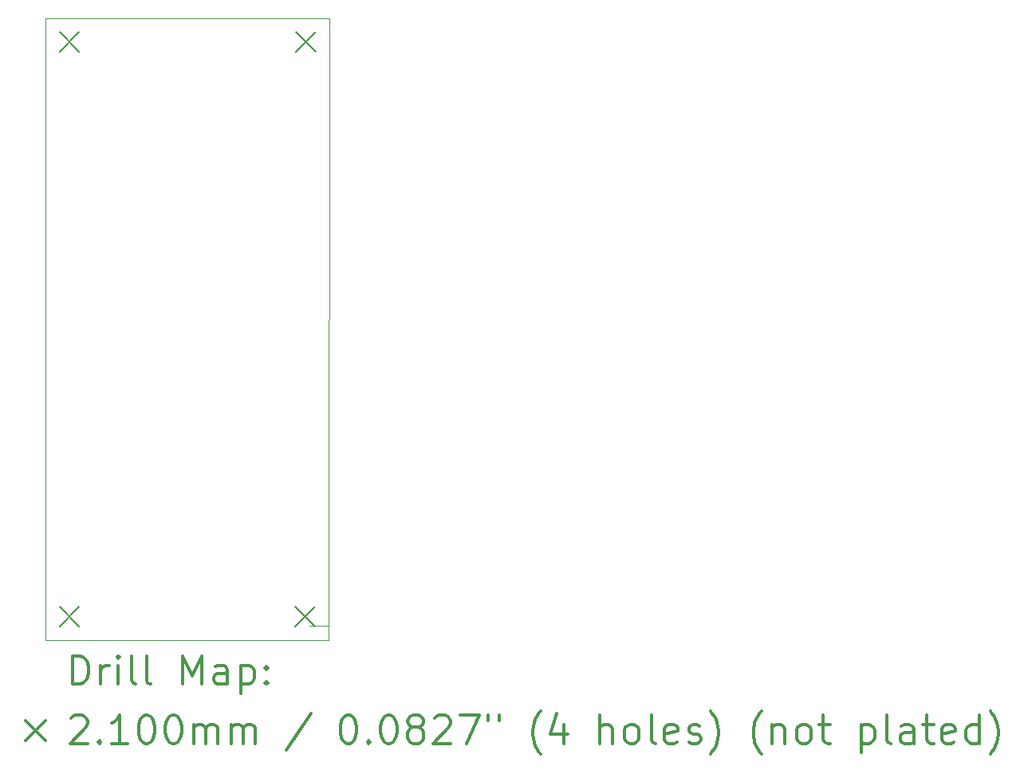
<source format=gbr>
%FSLAX45Y45*%
G04 Gerber Fmt 4.5, Leading zero omitted, Abs format (unit mm)*
G04 Created by KiCad (PCBNEW (5.1.12)-1) date 2022-08-18 12:31:07*
%MOMM*%
%LPD*%
G01*
G04 APERTURE LIST*
%TA.AperFunction,Profile*%
%ADD10C,0.050000*%
%TD*%
%ADD11C,0.200000*%
%ADD12C,0.300000*%
G04 APERTURE END LIST*
D10*
X11450000Y-3150000D02*
X14460000Y-3150000D01*
X11450000Y-9600000D02*
X11450000Y-3150000D01*
X11450000Y-9600000D02*
X11450000Y-9750000D01*
X14450000Y-9750000D02*
X14450000Y-9600000D01*
X11450000Y-9750000D02*
X14450000Y-9750000D01*
X14450000Y-9600000D02*
X14460000Y-3150000D01*
X14250000Y-9600000D02*
X14450000Y-9600000D01*
D11*
X11595000Y-3295000D02*
X11805000Y-3505000D01*
X11805000Y-3295000D02*
X11595000Y-3505000D01*
X11595000Y-9395000D02*
X11805000Y-9605000D01*
X11805000Y-9395000D02*
X11595000Y-9605000D01*
X14095000Y-9395000D02*
X14305000Y-9605000D01*
X14305000Y-9395000D02*
X14095000Y-9605000D01*
X14105000Y-3295000D02*
X14315000Y-3505000D01*
X14315000Y-3295000D02*
X14105000Y-3505000D01*
D12*
X11733928Y-10218214D02*
X11733928Y-9918214D01*
X11805357Y-9918214D01*
X11848214Y-9932500D01*
X11876786Y-9961072D01*
X11891071Y-9989643D01*
X11905357Y-10046786D01*
X11905357Y-10089643D01*
X11891071Y-10146786D01*
X11876786Y-10175357D01*
X11848214Y-10203929D01*
X11805357Y-10218214D01*
X11733928Y-10218214D01*
X12033928Y-10218214D02*
X12033928Y-10018214D01*
X12033928Y-10075357D02*
X12048214Y-10046786D01*
X12062500Y-10032500D01*
X12091071Y-10018214D01*
X12119643Y-10018214D01*
X12219643Y-10218214D02*
X12219643Y-10018214D01*
X12219643Y-9918214D02*
X12205357Y-9932500D01*
X12219643Y-9946786D01*
X12233928Y-9932500D01*
X12219643Y-9918214D01*
X12219643Y-9946786D01*
X12405357Y-10218214D02*
X12376786Y-10203929D01*
X12362500Y-10175357D01*
X12362500Y-9918214D01*
X12562500Y-10218214D02*
X12533928Y-10203929D01*
X12519643Y-10175357D01*
X12519643Y-9918214D01*
X12905357Y-10218214D02*
X12905357Y-9918214D01*
X13005357Y-10132500D01*
X13105357Y-9918214D01*
X13105357Y-10218214D01*
X13376786Y-10218214D02*
X13376786Y-10061072D01*
X13362500Y-10032500D01*
X13333928Y-10018214D01*
X13276786Y-10018214D01*
X13248214Y-10032500D01*
X13376786Y-10203929D02*
X13348214Y-10218214D01*
X13276786Y-10218214D01*
X13248214Y-10203929D01*
X13233928Y-10175357D01*
X13233928Y-10146786D01*
X13248214Y-10118214D01*
X13276786Y-10103929D01*
X13348214Y-10103929D01*
X13376786Y-10089643D01*
X13519643Y-10018214D02*
X13519643Y-10318214D01*
X13519643Y-10032500D02*
X13548214Y-10018214D01*
X13605357Y-10018214D01*
X13633928Y-10032500D01*
X13648214Y-10046786D01*
X13662500Y-10075357D01*
X13662500Y-10161072D01*
X13648214Y-10189643D01*
X13633928Y-10203929D01*
X13605357Y-10218214D01*
X13548214Y-10218214D01*
X13519643Y-10203929D01*
X13791071Y-10189643D02*
X13805357Y-10203929D01*
X13791071Y-10218214D01*
X13776786Y-10203929D01*
X13791071Y-10189643D01*
X13791071Y-10218214D01*
X13791071Y-10032500D02*
X13805357Y-10046786D01*
X13791071Y-10061072D01*
X13776786Y-10046786D01*
X13791071Y-10032500D01*
X13791071Y-10061072D01*
X11237500Y-10607500D02*
X11447500Y-10817500D01*
X11447500Y-10607500D02*
X11237500Y-10817500D01*
X11719643Y-10576786D02*
X11733928Y-10562500D01*
X11762500Y-10548214D01*
X11833928Y-10548214D01*
X11862500Y-10562500D01*
X11876786Y-10576786D01*
X11891071Y-10605357D01*
X11891071Y-10633929D01*
X11876786Y-10676786D01*
X11705357Y-10848214D01*
X11891071Y-10848214D01*
X12019643Y-10819643D02*
X12033928Y-10833929D01*
X12019643Y-10848214D01*
X12005357Y-10833929D01*
X12019643Y-10819643D01*
X12019643Y-10848214D01*
X12319643Y-10848214D02*
X12148214Y-10848214D01*
X12233928Y-10848214D02*
X12233928Y-10548214D01*
X12205357Y-10591072D01*
X12176786Y-10619643D01*
X12148214Y-10633929D01*
X12505357Y-10548214D02*
X12533928Y-10548214D01*
X12562500Y-10562500D01*
X12576786Y-10576786D01*
X12591071Y-10605357D01*
X12605357Y-10662500D01*
X12605357Y-10733929D01*
X12591071Y-10791072D01*
X12576786Y-10819643D01*
X12562500Y-10833929D01*
X12533928Y-10848214D01*
X12505357Y-10848214D01*
X12476786Y-10833929D01*
X12462500Y-10819643D01*
X12448214Y-10791072D01*
X12433928Y-10733929D01*
X12433928Y-10662500D01*
X12448214Y-10605357D01*
X12462500Y-10576786D01*
X12476786Y-10562500D01*
X12505357Y-10548214D01*
X12791071Y-10548214D02*
X12819643Y-10548214D01*
X12848214Y-10562500D01*
X12862500Y-10576786D01*
X12876786Y-10605357D01*
X12891071Y-10662500D01*
X12891071Y-10733929D01*
X12876786Y-10791072D01*
X12862500Y-10819643D01*
X12848214Y-10833929D01*
X12819643Y-10848214D01*
X12791071Y-10848214D01*
X12762500Y-10833929D01*
X12748214Y-10819643D01*
X12733928Y-10791072D01*
X12719643Y-10733929D01*
X12719643Y-10662500D01*
X12733928Y-10605357D01*
X12748214Y-10576786D01*
X12762500Y-10562500D01*
X12791071Y-10548214D01*
X13019643Y-10848214D02*
X13019643Y-10648214D01*
X13019643Y-10676786D02*
X13033928Y-10662500D01*
X13062500Y-10648214D01*
X13105357Y-10648214D01*
X13133928Y-10662500D01*
X13148214Y-10691072D01*
X13148214Y-10848214D01*
X13148214Y-10691072D02*
X13162500Y-10662500D01*
X13191071Y-10648214D01*
X13233928Y-10648214D01*
X13262500Y-10662500D01*
X13276786Y-10691072D01*
X13276786Y-10848214D01*
X13419643Y-10848214D02*
X13419643Y-10648214D01*
X13419643Y-10676786D02*
X13433928Y-10662500D01*
X13462500Y-10648214D01*
X13505357Y-10648214D01*
X13533928Y-10662500D01*
X13548214Y-10691072D01*
X13548214Y-10848214D01*
X13548214Y-10691072D02*
X13562500Y-10662500D01*
X13591071Y-10648214D01*
X13633928Y-10648214D01*
X13662500Y-10662500D01*
X13676786Y-10691072D01*
X13676786Y-10848214D01*
X14262500Y-10533929D02*
X14005357Y-10919643D01*
X14648214Y-10548214D02*
X14676786Y-10548214D01*
X14705357Y-10562500D01*
X14719643Y-10576786D01*
X14733928Y-10605357D01*
X14748214Y-10662500D01*
X14748214Y-10733929D01*
X14733928Y-10791072D01*
X14719643Y-10819643D01*
X14705357Y-10833929D01*
X14676786Y-10848214D01*
X14648214Y-10848214D01*
X14619643Y-10833929D01*
X14605357Y-10819643D01*
X14591071Y-10791072D01*
X14576786Y-10733929D01*
X14576786Y-10662500D01*
X14591071Y-10605357D01*
X14605357Y-10576786D01*
X14619643Y-10562500D01*
X14648214Y-10548214D01*
X14876786Y-10819643D02*
X14891071Y-10833929D01*
X14876786Y-10848214D01*
X14862500Y-10833929D01*
X14876786Y-10819643D01*
X14876786Y-10848214D01*
X15076786Y-10548214D02*
X15105357Y-10548214D01*
X15133928Y-10562500D01*
X15148214Y-10576786D01*
X15162500Y-10605357D01*
X15176786Y-10662500D01*
X15176786Y-10733929D01*
X15162500Y-10791072D01*
X15148214Y-10819643D01*
X15133928Y-10833929D01*
X15105357Y-10848214D01*
X15076786Y-10848214D01*
X15048214Y-10833929D01*
X15033928Y-10819643D01*
X15019643Y-10791072D01*
X15005357Y-10733929D01*
X15005357Y-10662500D01*
X15019643Y-10605357D01*
X15033928Y-10576786D01*
X15048214Y-10562500D01*
X15076786Y-10548214D01*
X15348214Y-10676786D02*
X15319643Y-10662500D01*
X15305357Y-10648214D01*
X15291071Y-10619643D01*
X15291071Y-10605357D01*
X15305357Y-10576786D01*
X15319643Y-10562500D01*
X15348214Y-10548214D01*
X15405357Y-10548214D01*
X15433928Y-10562500D01*
X15448214Y-10576786D01*
X15462500Y-10605357D01*
X15462500Y-10619643D01*
X15448214Y-10648214D01*
X15433928Y-10662500D01*
X15405357Y-10676786D01*
X15348214Y-10676786D01*
X15319643Y-10691072D01*
X15305357Y-10705357D01*
X15291071Y-10733929D01*
X15291071Y-10791072D01*
X15305357Y-10819643D01*
X15319643Y-10833929D01*
X15348214Y-10848214D01*
X15405357Y-10848214D01*
X15433928Y-10833929D01*
X15448214Y-10819643D01*
X15462500Y-10791072D01*
X15462500Y-10733929D01*
X15448214Y-10705357D01*
X15433928Y-10691072D01*
X15405357Y-10676786D01*
X15576786Y-10576786D02*
X15591071Y-10562500D01*
X15619643Y-10548214D01*
X15691071Y-10548214D01*
X15719643Y-10562500D01*
X15733928Y-10576786D01*
X15748214Y-10605357D01*
X15748214Y-10633929D01*
X15733928Y-10676786D01*
X15562500Y-10848214D01*
X15748214Y-10848214D01*
X15848214Y-10548214D02*
X16048214Y-10548214D01*
X15919643Y-10848214D01*
X16148214Y-10548214D02*
X16148214Y-10605357D01*
X16262500Y-10548214D02*
X16262500Y-10605357D01*
X16705357Y-10962500D02*
X16691071Y-10948214D01*
X16662500Y-10905357D01*
X16648214Y-10876786D01*
X16633928Y-10833929D01*
X16619643Y-10762500D01*
X16619643Y-10705357D01*
X16633928Y-10633929D01*
X16648214Y-10591072D01*
X16662500Y-10562500D01*
X16691071Y-10519643D01*
X16705357Y-10505357D01*
X16948214Y-10648214D02*
X16948214Y-10848214D01*
X16876786Y-10533929D02*
X16805357Y-10748214D01*
X16991071Y-10748214D01*
X17333928Y-10848214D02*
X17333928Y-10548214D01*
X17462500Y-10848214D02*
X17462500Y-10691072D01*
X17448214Y-10662500D01*
X17419643Y-10648214D01*
X17376786Y-10648214D01*
X17348214Y-10662500D01*
X17333928Y-10676786D01*
X17648214Y-10848214D02*
X17619643Y-10833929D01*
X17605357Y-10819643D01*
X17591071Y-10791072D01*
X17591071Y-10705357D01*
X17605357Y-10676786D01*
X17619643Y-10662500D01*
X17648214Y-10648214D01*
X17691071Y-10648214D01*
X17719643Y-10662500D01*
X17733928Y-10676786D01*
X17748214Y-10705357D01*
X17748214Y-10791072D01*
X17733928Y-10819643D01*
X17719643Y-10833929D01*
X17691071Y-10848214D01*
X17648214Y-10848214D01*
X17919643Y-10848214D02*
X17891071Y-10833929D01*
X17876786Y-10805357D01*
X17876786Y-10548214D01*
X18148214Y-10833929D02*
X18119643Y-10848214D01*
X18062500Y-10848214D01*
X18033928Y-10833929D01*
X18019643Y-10805357D01*
X18019643Y-10691072D01*
X18033928Y-10662500D01*
X18062500Y-10648214D01*
X18119643Y-10648214D01*
X18148214Y-10662500D01*
X18162500Y-10691072D01*
X18162500Y-10719643D01*
X18019643Y-10748214D01*
X18276786Y-10833929D02*
X18305357Y-10848214D01*
X18362500Y-10848214D01*
X18391071Y-10833929D01*
X18405357Y-10805357D01*
X18405357Y-10791072D01*
X18391071Y-10762500D01*
X18362500Y-10748214D01*
X18319643Y-10748214D01*
X18291071Y-10733929D01*
X18276786Y-10705357D01*
X18276786Y-10691072D01*
X18291071Y-10662500D01*
X18319643Y-10648214D01*
X18362500Y-10648214D01*
X18391071Y-10662500D01*
X18505357Y-10962500D02*
X18519643Y-10948214D01*
X18548214Y-10905357D01*
X18562500Y-10876786D01*
X18576786Y-10833929D01*
X18591071Y-10762500D01*
X18591071Y-10705357D01*
X18576786Y-10633929D01*
X18562500Y-10591072D01*
X18548214Y-10562500D01*
X18519643Y-10519643D01*
X18505357Y-10505357D01*
X19048214Y-10962500D02*
X19033928Y-10948214D01*
X19005357Y-10905357D01*
X18991071Y-10876786D01*
X18976786Y-10833929D01*
X18962500Y-10762500D01*
X18962500Y-10705357D01*
X18976786Y-10633929D01*
X18991071Y-10591072D01*
X19005357Y-10562500D01*
X19033928Y-10519643D01*
X19048214Y-10505357D01*
X19162500Y-10648214D02*
X19162500Y-10848214D01*
X19162500Y-10676786D02*
X19176786Y-10662500D01*
X19205357Y-10648214D01*
X19248214Y-10648214D01*
X19276786Y-10662500D01*
X19291071Y-10691072D01*
X19291071Y-10848214D01*
X19476786Y-10848214D02*
X19448214Y-10833929D01*
X19433928Y-10819643D01*
X19419643Y-10791072D01*
X19419643Y-10705357D01*
X19433928Y-10676786D01*
X19448214Y-10662500D01*
X19476786Y-10648214D01*
X19519643Y-10648214D01*
X19548214Y-10662500D01*
X19562500Y-10676786D01*
X19576786Y-10705357D01*
X19576786Y-10791072D01*
X19562500Y-10819643D01*
X19548214Y-10833929D01*
X19519643Y-10848214D01*
X19476786Y-10848214D01*
X19662500Y-10648214D02*
X19776786Y-10648214D01*
X19705357Y-10548214D02*
X19705357Y-10805357D01*
X19719643Y-10833929D01*
X19748214Y-10848214D01*
X19776786Y-10848214D01*
X20105357Y-10648214D02*
X20105357Y-10948214D01*
X20105357Y-10662500D02*
X20133928Y-10648214D01*
X20191071Y-10648214D01*
X20219643Y-10662500D01*
X20233928Y-10676786D01*
X20248214Y-10705357D01*
X20248214Y-10791072D01*
X20233928Y-10819643D01*
X20219643Y-10833929D01*
X20191071Y-10848214D01*
X20133928Y-10848214D01*
X20105357Y-10833929D01*
X20419643Y-10848214D02*
X20391071Y-10833929D01*
X20376786Y-10805357D01*
X20376786Y-10548214D01*
X20662500Y-10848214D02*
X20662500Y-10691072D01*
X20648214Y-10662500D01*
X20619643Y-10648214D01*
X20562500Y-10648214D01*
X20533928Y-10662500D01*
X20662500Y-10833929D02*
X20633928Y-10848214D01*
X20562500Y-10848214D01*
X20533928Y-10833929D01*
X20519643Y-10805357D01*
X20519643Y-10776786D01*
X20533928Y-10748214D01*
X20562500Y-10733929D01*
X20633928Y-10733929D01*
X20662500Y-10719643D01*
X20762500Y-10648214D02*
X20876786Y-10648214D01*
X20805357Y-10548214D02*
X20805357Y-10805357D01*
X20819643Y-10833929D01*
X20848214Y-10848214D01*
X20876786Y-10848214D01*
X21091071Y-10833929D02*
X21062500Y-10848214D01*
X21005357Y-10848214D01*
X20976786Y-10833929D01*
X20962500Y-10805357D01*
X20962500Y-10691072D01*
X20976786Y-10662500D01*
X21005357Y-10648214D01*
X21062500Y-10648214D01*
X21091071Y-10662500D01*
X21105357Y-10691072D01*
X21105357Y-10719643D01*
X20962500Y-10748214D01*
X21362500Y-10848214D02*
X21362500Y-10548214D01*
X21362500Y-10833929D02*
X21333928Y-10848214D01*
X21276786Y-10848214D01*
X21248214Y-10833929D01*
X21233928Y-10819643D01*
X21219643Y-10791072D01*
X21219643Y-10705357D01*
X21233928Y-10676786D01*
X21248214Y-10662500D01*
X21276786Y-10648214D01*
X21333928Y-10648214D01*
X21362500Y-10662500D01*
X21476786Y-10962500D02*
X21491071Y-10948214D01*
X21519643Y-10905357D01*
X21533928Y-10876786D01*
X21548214Y-10833929D01*
X21562500Y-10762500D01*
X21562500Y-10705357D01*
X21548214Y-10633929D01*
X21533928Y-10591072D01*
X21519643Y-10562500D01*
X21491071Y-10519643D01*
X21476786Y-10505357D01*
M02*

</source>
